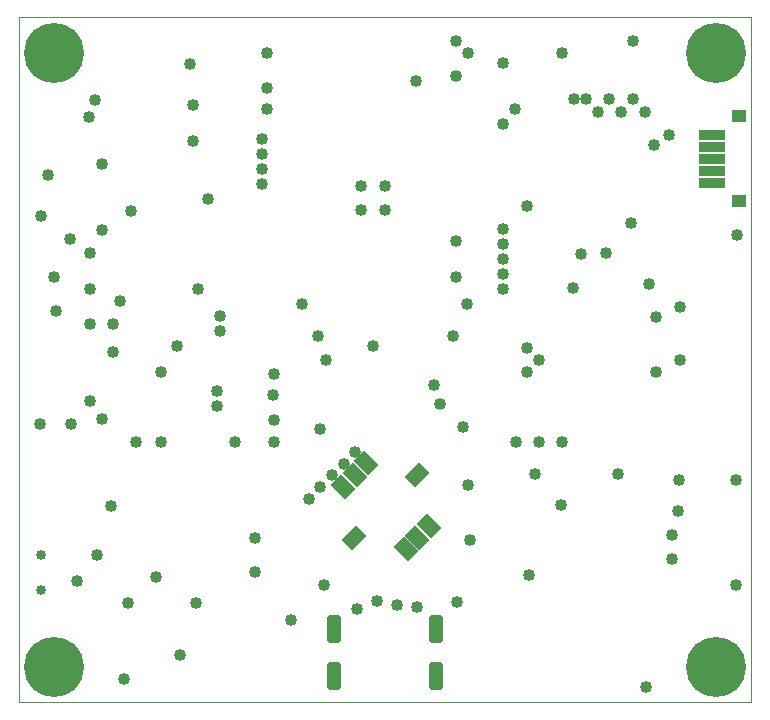
<source format=gbr>
G04 PROTEUS GERBER X2 FILE*
%TF.GenerationSoftware,Labcenter,Proteus,8.17-SP5-Build39395*%
%TF.CreationDate,2025-01-31T21:13:05+00:00*%
%TF.FileFunction,Soldermask,Bot*%
%TF.FilePolarity,Negative*%
%TF.Part,Single*%
%TF.SameCoordinates,{25d9a88a-2623-41a1-bce1-36a6f26497cc}*%
%FSLAX45Y45*%
%MOMM*%
G01*
%TA.AperFunction,Material*%
%ADD62C,1.016000*%
%AMPPAD059*
4,1,36,
-0.195200,1.227000,
0.195200,1.227000,
0.282210,1.218230,
0.363260,1.193060,
0.436600,1.153240,
0.500510,1.100510,
0.553240,1.036600,
0.593060,0.963260,
0.618230,0.882210,
0.627000,0.795200,
0.627000,-0.795200,
0.618230,-0.882210,
0.593060,-0.963260,
0.553240,-1.036600,
0.500510,-1.100510,
0.436600,-1.153240,
0.363260,-1.193060,
0.282210,-1.218230,
0.195200,-1.227000,
-0.195200,-1.227000,
-0.282210,-1.218230,
-0.363260,-1.193060,
-0.436600,-1.153240,
-0.500510,-1.100510,
-0.553240,-1.036600,
-0.593060,-0.963260,
-0.618230,-0.882210,
-0.627000,-0.795200,
-0.627000,0.795200,
-0.618230,0.882210,
-0.593060,0.963260,
-0.553240,1.036600,
-0.500510,1.100510,
-0.436600,1.153240,
-0.363260,1.193060,
-0.282210,1.218230,
-0.195200,1.227000,
0*%
%TA.AperFunction,Material*%
%ADD65PPAD059*%
%AMPPAD092*
4,1,36,
0.269410,-0.987830,
0.987830,-0.269410,
1.004100,-0.249490,
1.015720,-0.227400,
1.022700,-0.203870,
1.025020,-0.179610,
1.022700,-0.155340,
1.015720,-0.131810,
1.004100,-0.109720,
0.987830,-0.089800,
-0.089800,0.987830,
-0.109720,1.004100,
-0.131810,1.015720,
-0.155340,1.022700,
-0.179610,1.025020,
-0.203870,1.022700,
-0.227400,1.015720,
-0.249490,1.004100,
-0.269410,0.987830,
-0.987830,0.269410,
-1.004100,0.249490,
-1.015720,0.227400,
-1.022700,0.203870,
-1.025020,0.179610,
-1.022700,0.155340,
-1.015720,0.131810,
-1.004100,0.109720,
-0.987830,0.089800,
0.089800,-0.987830,
0.109720,-1.004100,
0.131810,-1.015720,
0.155340,-1.022700,
0.179610,-1.025020,
0.203870,-1.022700,
0.227400,-1.015720,
0.249490,-1.004100,
0.269410,-0.987830,
0*%
%TA.AperFunction,Material*%
%ADD102PPAD092*%
%AMPPAD093*
4,1,36,
0.987830,0.269410,
0.269410,0.987830,
0.249490,1.004100,
0.227400,1.015720,
0.203870,1.022700,
0.179610,1.025020,
0.155340,1.022700,
0.131810,1.015720,
0.109720,1.004100,
0.089800,0.987830,
-0.987830,-0.089800,
-1.004100,-0.109720,
-1.015720,-0.131810,
-1.022700,-0.155340,
-1.025020,-0.179610,
-1.022700,-0.203870,
-1.015720,-0.227400,
-1.004100,-0.249490,
-0.987830,-0.269410,
-0.269410,-0.987830,
-0.249490,-1.004100,
-0.227400,-1.015720,
-0.203870,-1.022700,
-0.179610,-1.025020,
-0.155340,-1.022700,
-0.131810,-1.015720,
-0.109720,-1.004100,
-0.089800,-0.987830,
0.987830,0.089800,
1.004100,0.109720,
1.015720,0.131810,
1.022700,0.155340,
1.025020,0.179610,
1.022700,0.203870,
1.015720,0.227400,
1.004100,0.249490,
0.987830,0.269410,
0*%
%ADD103PPAD093*%
%TA.AperFunction,Material*%
%ADD83C,0.850000*%
%TA.AperFunction,Material*%
%ADD87C,5.080000*%
%AMPPAD094*
4,1,36,
1.127000,-0.300000,
1.127000,0.300000,
1.124420,0.325590,
1.117020,0.349430,
1.105310,0.371000,
1.089800,0.389800,
1.071000,0.405310,
1.049430,0.417020,
1.025590,0.424420,
1.000000,0.427000,
-1.000000,0.427000,
-1.025590,0.424420,
-1.049430,0.417020,
-1.071000,0.405310,
-1.089800,0.389800,
-1.105310,0.371000,
-1.117020,0.349430,
-1.124420,0.325590,
-1.127000,0.300000,
-1.127000,-0.300000,
-1.124420,-0.325590,
-1.117020,-0.349430,
-1.105310,-0.371000,
-1.089800,-0.389800,
-1.071000,-0.405310,
-1.049430,-0.417020,
-1.025590,-0.424420,
-1.000000,-0.427000,
1.000000,-0.427000,
1.025590,-0.424420,
1.049430,-0.417020,
1.071000,-0.405310,
1.089800,-0.389800,
1.105310,-0.371000,
1.117020,-0.349430,
1.124420,-0.325590,
1.127000,-0.300000,
0*%
%TA.AperFunction,Material*%
%ADD104PPAD094*%
%AMPPAD095*
4,1,36,
0.627000,-0.375000,
0.627000,0.375000,
0.624420,0.400590,
0.617020,0.424430,
0.605310,0.446000,
0.589800,0.464800,
0.571000,0.480310,
0.549430,0.492020,
0.525590,0.499420,
0.500000,0.502000,
-0.500000,0.502000,
-0.525590,0.499420,
-0.549430,0.492020,
-0.571000,0.480310,
-0.589800,0.464800,
-0.605310,0.446000,
-0.617020,0.424430,
-0.624420,0.400590,
-0.627000,0.375000,
-0.627000,-0.375000,
-0.624420,-0.400590,
-0.617020,-0.424430,
-0.605310,-0.446000,
-0.589800,-0.464800,
-0.571000,-0.480310,
-0.549430,-0.492020,
-0.525590,-0.499420,
-0.500000,-0.502000,
0.500000,-0.502000,
0.525590,-0.499420,
0.549430,-0.492020,
0.571000,-0.480310,
0.589800,-0.464800,
0.605310,-0.446000,
0.617020,-0.424430,
0.624420,-0.400590,
0.627000,-0.375000,
0*%
%ADD105PPAD095*%
%TA.AperFunction,Profile*%
%ADD46C,0.101600*%
%TD.AperFunction*%
D62*
X+2060093Y+4384997D03*
X+2059748Y+4511980D03*
X+1699766Y+3272345D03*
X+1699878Y+3144942D03*
X+1601886Y+4257935D03*
X+300000Y+3600000D03*
X+4100000Y+4893081D03*
X+3100000Y+4170000D03*
X+3100000Y+4370000D03*
X+2900000Y+4170000D03*
X+2900000Y+4370000D03*
X+1360000Y+400000D03*
X+490928Y+1024082D03*
X+852682Y+3400097D03*
X+2059845Y+4639069D03*
X+600000Y+3200000D03*
X+600000Y+3500000D03*
X+600000Y+3800000D03*
X+187509Y+4113161D03*
X+640000Y+5100000D03*
X+5390000Y+2800000D03*
X+4600000Y+2200000D03*
X+4400000Y+2900000D03*
X+4300000Y+4200000D03*
X+4210000Y+2200000D03*
X+4300000Y+3000000D03*
X+4400000Y+2200000D03*
X+4300000Y+2800000D03*
X+5597682Y+2898946D03*
X+5597553Y+3349596D03*
X+5390000Y+3261362D03*
X+990000Y+2200000D03*
X+800000Y+2963845D03*
X+3196880Y+826880D03*
X+2100000Y+5500000D03*
X+3793261Y+3370000D03*
X+3700000Y+3600000D03*
X+3700000Y+3902540D03*
X+3700000Y+5300000D03*
X+3370000Y+810000D03*
X+3708134Y+844602D03*
X+5530000Y+1210000D03*
X+3028299Y+852999D03*
X+1200000Y+2800000D03*
X+2550804Y+1820804D03*
X+2160000Y+2200000D03*
X+1830000Y+2200000D03*
X+1200000Y+2200000D03*
X+2160000Y+2390000D03*
X+2650000Y+1920000D03*
X+1677397Y+2508914D03*
X+2847862Y+2117862D03*
X+2160000Y+2780000D03*
X+3000000Y+3020000D03*
X+2550000Y+2310000D03*
X+2150794Y+2600100D03*
X+1680000Y+2637000D03*
X+2750000Y+2020000D03*
X+4587054Y+1669540D03*
X+1500000Y+840000D03*
X+919998Y+840000D03*
X+657702Y+1247854D03*
X+600000Y+2552861D03*
X+700000Y+4000000D03*
X+700000Y+4560000D03*
X+700000Y+2400000D03*
X+800000Y+3200000D03*
X+2460000Y+1720000D03*
X+4320000Y+1080000D03*
X+2860000Y+790000D03*
X+2300000Y+700000D03*
X+2580000Y+990000D03*
X+5200000Y+5110000D03*
X+4100064Y+3623438D03*
X+5000000Y+5110000D03*
X+4099732Y+3876823D03*
X+4800000Y+5110000D03*
X+4100000Y+4004000D03*
X+4900000Y+5000000D03*
X+4100000Y+3750000D03*
X+5100000Y+5000000D03*
X+4099511Y+3495974D03*
X+5300000Y+5000000D03*
X+2100000Y+5200000D03*
X+4101403Y+5414884D03*
X+3800000Y+5500000D03*
X+4758737Y+3798737D03*
X+5580000Y+1620000D03*
X+4686831Y+3509120D03*
X+4970000Y+3800000D03*
X+5500000Y+4800000D03*
X+5335947Y+3543324D03*
X+2060136Y+4765983D03*
X+5380000Y+4720000D03*
X+3700000Y+5600000D03*
X+3360000Y+5260000D03*
X+2399727Y+3368634D03*
X+5200000Y+5600000D03*
X+4600000Y+5500000D03*
X+3672217Y+3099684D03*
X+3800000Y+1840000D03*
X+3760000Y+2330000D03*
X+3566492Y+2523508D03*
X+2600000Y+2900000D03*
D65*
X+2668000Y+223000D03*
X+2668000Y+622990D03*
X+3532000Y+622988D03*
X+3532000Y+223000D03*
D62*
X+2000000Y+1100000D03*
X+1164388Y+1061008D03*
X+2100000Y+5020000D03*
D102*
X+3472695Y+1492366D03*
X+3373700Y+1393371D03*
X+3274706Y+1294376D03*
X+2942365Y+2022696D03*
X+2843370Y+1923701D03*
X+2744375Y+1824706D03*
D103*
X+3366629Y+1923701D03*
X+2836299Y+1393371D03*
D83*
X+185880Y+1250000D03*
X+185880Y+950000D03*
D87*
X+300000Y+300000D03*
X+300000Y+5500000D03*
X+5900000Y+5500000D03*
X+5900000Y+300000D03*
D62*
X+890000Y+200000D03*
X+2000000Y+1390000D03*
X+310000Y+3310000D03*
X+437240Y+2353050D03*
X+430000Y+3921060D03*
X+178160Y+2353050D03*
X+2530000Y+3100000D03*
X+1520000Y+3500000D03*
X+1340000Y+3020000D03*
X+780000Y+1660000D03*
X+1470000Y+4750000D03*
X+1470000Y+5060000D03*
X+590000Y+4953940D03*
X+250000Y+4460000D03*
X+950000Y+4160000D03*
X+5070000Y+1930000D03*
X+6070000Y+990000D03*
X+5590000Y+1880000D03*
X+5530000Y+1420000D03*
X+3820000Y+1370000D03*
X+4370000Y+1930000D03*
X+1450000Y+5400000D03*
X+4700000Y+5110000D03*
X+4200000Y+5020000D03*
X+5310000Y+130000D03*
X+6070000Y+1880000D03*
D104*
X+5870000Y+4400000D03*
X+5870000Y+4500000D03*
X+5870000Y+4600000D03*
X+5870000Y+4700000D03*
X+5870000Y+4800000D03*
D105*
X+6100000Y+4240000D03*
X+6100000Y+4960000D03*
D62*
X+5180000Y+4060000D03*
X+3510000Y+2690000D03*
X+6080000Y+3960000D03*
D46*
X+0Y+0D02*
X+6200000Y+0D01*
X+6200000Y+5800000D01*
X+0Y+5800000D01*
X+0Y+0D01*
M02*

</source>
